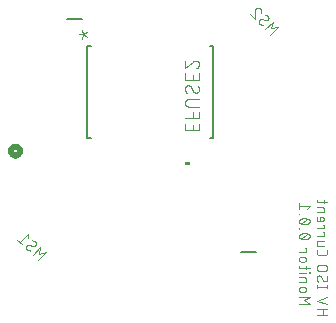
<source format=gbr>
G04 EAGLE Gerber RS-274X export*
G75*
%MOMM*%
%FSLAX34Y34*%
%LPD*%
%INSilkscreen Bottom*%
%IPPOS*%
%AMOC8*
5,1,8,0,0,1.08239X$1,22.5*%
G01*
%ADD10C,0.076200*%
%ADD11C,0.152400*%
%ADD12C,0.508000*%
%ADD13C,0.203200*%

G36*
X198657Y140082D02*
X198657Y140082D01*
X198659Y140081D01*
X198702Y140101D01*
X198746Y140119D01*
X198746Y140121D01*
X198748Y140122D01*
X198781Y140207D01*
X198781Y142747D01*
X198780Y142749D01*
X198781Y142751D01*
X198761Y142794D01*
X198743Y142838D01*
X198741Y142838D01*
X198740Y142840D01*
X198655Y142873D01*
X194845Y142873D01*
X194843Y142872D01*
X194841Y142873D01*
X194798Y142853D01*
X194754Y142835D01*
X194754Y142833D01*
X194752Y142832D01*
X194719Y142747D01*
X194719Y140207D01*
X194720Y140205D01*
X194719Y140203D01*
X194739Y140160D01*
X194757Y140116D01*
X194759Y140116D01*
X194760Y140114D01*
X194845Y140081D01*
X198655Y140081D01*
X198657Y140082D01*
G37*
D10*
X305881Y13191D02*
X315119Y13191D01*
X311013Y13191D02*
X311013Y18323D01*
X315119Y18323D02*
X305881Y18323D01*
X305881Y25057D02*
X315119Y21977D01*
X315119Y28136D02*
X305881Y25057D01*
X305881Y37057D02*
X315119Y37057D01*
X305881Y36030D02*
X305881Y38083D01*
X315119Y38083D02*
X315119Y36030D01*
X305881Y44470D02*
X305883Y44560D01*
X305889Y44649D01*
X305899Y44738D01*
X305912Y44826D01*
X305930Y44914D01*
X305951Y45001D01*
X305976Y45087D01*
X306005Y45172D01*
X306037Y45256D01*
X306073Y45338D01*
X306113Y45418D01*
X306156Y45497D01*
X306203Y45573D01*
X306252Y45648D01*
X306305Y45720D01*
X306361Y45790D01*
X306420Y45857D01*
X306482Y45922D01*
X306547Y45984D01*
X306614Y46043D01*
X306684Y46099D01*
X306756Y46152D01*
X306831Y46201D01*
X306908Y46248D01*
X306986Y46291D01*
X307066Y46331D01*
X307148Y46367D01*
X307232Y46399D01*
X307317Y46428D01*
X307403Y46453D01*
X307490Y46474D01*
X307578Y46492D01*
X307666Y46505D01*
X307755Y46515D01*
X307844Y46521D01*
X307934Y46523D01*
X305881Y44470D02*
X305883Y44343D01*
X305888Y44216D01*
X305898Y44090D01*
X305911Y43964D01*
X305927Y43838D01*
X305948Y43713D01*
X305972Y43588D01*
X305999Y43465D01*
X306030Y43342D01*
X306065Y43220D01*
X306103Y43099D01*
X306145Y42979D01*
X306191Y42861D01*
X306239Y42744D01*
X306292Y42628D01*
X306347Y42514D01*
X306406Y42402D01*
X306468Y42291D01*
X306533Y42182D01*
X306602Y42076D01*
X306673Y41971D01*
X306748Y41868D01*
X306826Y41768D01*
X306906Y41670D01*
X306989Y41574D01*
X307075Y41481D01*
X307164Y41390D01*
X313066Y41647D02*
X313156Y41649D01*
X313245Y41655D01*
X313334Y41665D01*
X313423Y41678D01*
X313510Y41696D01*
X313597Y41717D01*
X313683Y41742D01*
X313768Y41771D01*
X313852Y41803D01*
X313934Y41839D01*
X314014Y41879D01*
X314093Y41922D01*
X314169Y41969D01*
X314244Y42018D01*
X314316Y42071D01*
X314386Y42127D01*
X314453Y42186D01*
X314518Y42248D01*
X314580Y42313D01*
X314639Y42380D01*
X314695Y42450D01*
X314748Y42522D01*
X314797Y42597D01*
X314844Y42674D01*
X314887Y42752D01*
X314927Y42832D01*
X314963Y42914D01*
X314995Y42998D01*
X315024Y43083D01*
X315049Y43169D01*
X315070Y43256D01*
X315088Y43344D01*
X315101Y43432D01*
X315111Y43521D01*
X315117Y43610D01*
X315119Y43700D01*
X315117Y43824D01*
X315111Y43948D01*
X315101Y44071D01*
X315087Y44194D01*
X315069Y44317D01*
X315047Y44438D01*
X315022Y44560D01*
X314992Y44680D01*
X314959Y44799D01*
X314921Y44917D01*
X314880Y45034D01*
X314836Y45149D01*
X314787Y45263D01*
X314735Y45376D01*
X314679Y45486D01*
X314620Y45595D01*
X314557Y45702D01*
X314491Y45807D01*
X314422Y45909D01*
X314349Y46009D01*
X311270Y42673D02*
X311317Y42597D01*
X311368Y42522D01*
X311422Y42450D01*
X311479Y42380D01*
X311539Y42313D01*
X311602Y42248D01*
X311667Y42186D01*
X311735Y42127D01*
X311806Y42071D01*
X311879Y42018D01*
X311954Y41968D01*
X312032Y41922D01*
X312111Y41879D01*
X312192Y41839D01*
X312275Y41803D01*
X312359Y41771D01*
X312444Y41742D01*
X312531Y41717D01*
X312619Y41696D01*
X312707Y41678D01*
X312796Y41665D01*
X312886Y41655D01*
X312976Y41649D01*
X313066Y41647D01*
X309730Y45496D02*
X309683Y45573D01*
X309632Y45648D01*
X309578Y45720D01*
X309521Y45790D01*
X309461Y45857D01*
X309398Y45922D01*
X309333Y45984D01*
X309265Y46043D01*
X309194Y46099D01*
X309121Y46152D01*
X309046Y46202D01*
X308968Y46248D01*
X308889Y46291D01*
X308808Y46331D01*
X308725Y46367D01*
X308641Y46399D01*
X308556Y46428D01*
X308469Y46453D01*
X308382Y46474D01*
X308293Y46492D01*
X308204Y46505D01*
X308114Y46515D01*
X308024Y46521D01*
X307934Y46523D01*
X309730Y45496D02*
X311270Y42674D01*
X312553Y50091D02*
X308447Y50091D01*
X312553Y50091D02*
X312652Y50093D01*
X312752Y50099D01*
X312851Y50108D01*
X312949Y50122D01*
X313047Y50139D01*
X313145Y50160D01*
X313241Y50185D01*
X313336Y50214D01*
X313431Y50246D01*
X313523Y50282D01*
X313615Y50321D01*
X313705Y50364D01*
X313793Y50410D01*
X313879Y50460D01*
X313963Y50513D01*
X314045Y50569D01*
X314125Y50629D01*
X314202Y50691D01*
X314277Y50757D01*
X314350Y50825D01*
X314419Y50896D01*
X314486Y50970D01*
X314550Y51046D01*
X314611Y51125D01*
X314669Y51206D01*
X314724Y51289D01*
X314775Y51374D01*
X314823Y51461D01*
X314868Y51550D01*
X314909Y51641D01*
X314947Y51733D01*
X314981Y51826D01*
X315011Y51921D01*
X315038Y52017D01*
X315061Y52114D01*
X315080Y52211D01*
X315095Y52310D01*
X315107Y52409D01*
X315115Y52508D01*
X315119Y52607D01*
X315119Y52707D01*
X315115Y52806D01*
X315107Y52905D01*
X315095Y53004D01*
X315080Y53103D01*
X315061Y53200D01*
X315038Y53297D01*
X315011Y53393D01*
X314981Y53488D01*
X314947Y53581D01*
X314909Y53673D01*
X314868Y53764D01*
X314823Y53853D01*
X314775Y53940D01*
X314724Y54025D01*
X314669Y54108D01*
X314611Y54189D01*
X314550Y54268D01*
X314486Y54344D01*
X314419Y54418D01*
X314350Y54489D01*
X314277Y54557D01*
X314202Y54623D01*
X314125Y54685D01*
X314045Y54745D01*
X313963Y54801D01*
X313879Y54854D01*
X313793Y54904D01*
X313705Y54950D01*
X313615Y54993D01*
X313523Y55032D01*
X313431Y55068D01*
X313336Y55100D01*
X313241Y55129D01*
X313145Y55154D01*
X313047Y55175D01*
X312949Y55192D01*
X312851Y55206D01*
X312752Y55215D01*
X312652Y55221D01*
X312553Y55223D01*
X308447Y55223D01*
X308348Y55221D01*
X308248Y55215D01*
X308149Y55206D01*
X308051Y55192D01*
X307953Y55175D01*
X307855Y55154D01*
X307759Y55129D01*
X307664Y55100D01*
X307569Y55068D01*
X307477Y55032D01*
X307385Y54993D01*
X307295Y54950D01*
X307207Y54904D01*
X307121Y54854D01*
X307037Y54801D01*
X306955Y54745D01*
X306875Y54685D01*
X306798Y54623D01*
X306723Y54557D01*
X306650Y54489D01*
X306581Y54418D01*
X306514Y54344D01*
X306450Y54268D01*
X306389Y54189D01*
X306331Y54108D01*
X306276Y54025D01*
X306225Y53940D01*
X306177Y53853D01*
X306132Y53764D01*
X306091Y53673D01*
X306053Y53581D01*
X306019Y53488D01*
X305989Y53393D01*
X305962Y53297D01*
X305939Y53200D01*
X305920Y53103D01*
X305905Y53004D01*
X305893Y52905D01*
X305885Y52806D01*
X305881Y52707D01*
X305881Y52607D01*
X305885Y52508D01*
X305893Y52409D01*
X305905Y52310D01*
X305920Y52211D01*
X305939Y52114D01*
X305962Y52017D01*
X305989Y51921D01*
X306019Y51826D01*
X306053Y51733D01*
X306091Y51641D01*
X306132Y51550D01*
X306177Y51461D01*
X306225Y51374D01*
X306276Y51289D01*
X306331Y51206D01*
X306389Y51125D01*
X306450Y51046D01*
X306514Y50970D01*
X306581Y50896D01*
X306650Y50825D01*
X306723Y50757D01*
X306798Y50691D01*
X306875Y50629D01*
X306955Y50569D01*
X307037Y50513D01*
X307121Y50460D01*
X307207Y50410D01*
X307295Y50364D01*
X307385Y50321D01*
X307477Y50282D01*
X307569Y50246D01*
X307664Y50214D01*
X307759Y50185D01*
X307855Y50160D01*
X307953Y50139D01*
X308051Y50122D01*
X308149Y50108D01*
X308248Y50099D01*
X308348Y50093D01*
X308447Y50091D01*
X305881Y65918D02*
X305881Y67971D01*
X305881Y65918D02*
X305883Y65828D01*
X305889Y65739D01*
X305899Y65650D01*
X305912Y65562D01*
X305930Y65474D01*
X305951Y65387D01*
X305976Y65301D01*
X306005Y65216D01*
X306037Y65132D01*
X306073Y65050D01*
X306113Y64970D01*
X306156Y64892D01*
X306203Y64815D01*
X306252Y64740D01*
X306305Y64668D01*
X306361Y64598D01*
X306420Y64531D01*
X306482Y64466D01*
X306547Y64404D01*
X306614Y64345D01*
X306684Y64289D01*
X306756Y64236D01*
X306831Y64187D01*
X306908Y64140D01*
X306986Y64097D01*
X307066Y64057D01*
X307148Y64021D01*
X307232Y63989D01*
X307317Y63960D01*
X307403Y63935D01*
X307490Y63914D01*
X307578Y63896D01*
X307666Y63883D01*
X307755Y63873D01*
X307844Y63867D01*
X307934Y63865D01*
X313066Y63865D01*
X313156Y63867D01*
X313245Y63873D01*
X313334Y63883D01*
X313422Y63896D01*
X313510Y63914D01*
X313597Y63935D01*
X313683Y63960D01*
X313768Y63989D01*
X313852Y64021D01*
X313934Y64057D01*
X314014Y64097D01*
X314092Y64140D01*
X314169Y64187D01*
X314244Y64236D01*
X314316Y64289D01*
X314386Y64345D01*
X314453Y64404D01*
X314518Y64466D01*
X314580Y64531D01*
X314639Y64598D01*
X314695Y64668D01*
X314748Y64740D01*
X314797Y64815D01*
X314844Y64891D01*
X314887Y64970D01*
X314927Y65050D01*
X314963Y65132D01*
X314995Y65216D01*
X315024Y65301D01*
X315049Y65387D01*
X315070Y65474D01*
X315088Y65561D01*
X315101Y65650D01*
X315111Y65739D01*
X315117Y65828D01*
X315119Y65918D01*
X315119Y67971D01*
X312040Y71604D02*
X307421Y71604D01*
X307421Y71603D02*
X307345Y71605D01*
X307270Y71610D01*
X307195Y71620D01*
X307121Y71633D01*
X307047Y71649D01*
X306974Y71669D01*
X306902Y71693D01*
X306832Y71720D01*
X306763Y71751D01*
X306695Y71785D01*
X306629Y71822D01*
X306565Y71863D01*
X306504Y71906D01*
X306444Y71953D01*
X306387Y72002D01*
X306332Y72054D01*
X306280Y72109D01*
X306231Y72166D01*
X306184Y72226D01*
X306141Y72287D01*
X306100Y72351D01*
X306063Y72417D01*
X306029Y72485D01*
X305998Y72554D01*
X305971Y72624D01*
X305947Y72696D01*
X305927Y72769D01*
X305911Y72843D01*
X305898Y72917D01*
X305888Y72992D01*
X305883Y73067D01*
X305881Y73143D01*
X305881Y75709D01*
X312040Y75709D01*
X312040Y80055D02*
X305881Y80055D01*
X312040Y80055D02*
X312040Y83134D01*
X311013Y83134D01*
X312040Y86355D02*
X305881Y86355D01*
X312040Y86355D02*
X312040Y89434D01*
X311013Y89434D01*
X305881Y93843D02*
X305881Y96409D01*
X305881Y93843D02*
X305883Y93767D01*
X305888Y93692D01*
X305898Y93617D01*
X305911Y93543D01*
X305927Y93469D01*
X305947Y93396D01*
X305971Y93324D01*
X305998Y93254D01*
X306029Y93185D01*
X306063Y93117D01*
X306100Y93051D01*
X306141Y92987D01*
X306184Y92926D01*
X306231Y92866D01*
X306280Y92809D01*
X306332Y92754D01*
X306387Y92702D01*
X306444Y92653D01*
X306504Y92606D01*
X306565Y92563D01*
X306629Y92522D01*
X306695Y92485D01*
X306763Y92451D01*
X306832Y92420D01*
X306902Y92393D01*
X306974Y92369D01*
X307047Y92349D01*
X307121Y92333D01*
X307195Y92320D01*
X307270Y92310D01*
X307345Y92305D01*
X307421Y92303D01*
X307421Y92304D02*
X309987Y92304D01*
X310077Y92306D01*
X310166Y92312D01*
X310255Y92322D01*
X310343Y92335D01*
X310431Y92353D01*
X310518Y92374D01*
X310604Y92399D01*
X310689Y92428D01*
X310773Y92460D01*
X310855Y92496D01*
X310935Y92536D01*
X311014Y92579D01*
X311090Y92626D01*
X311165Y92675D01*
X311237Y92728D01*
X311307Y92784D01*
X311374Y92843D01*
X311439Y92905D01*
X311501Y92970D01*
X311560Y93037D01*
X311616Y93107D01*
X311669Y93179D01*
X311718Y93254D01*
X311765Y93331D01*
X311808Y93409D01*
X311848Y93489D01*
X311884Y93571D01*
X311916Y93655D01*
X311945Y93740D01*
X311970Y93826D01*
X311991Y93913D01*
X312009Y94001D01*
X312022Y94089D01*
X312032Y94178D01*
X312038Y94267D01*
X312040Y94357D01*
X312038Y94447D01*
X312032Y94536D01*
X312022Y94625D01*
X312009Y94713D01*
X311991Y94801D01*
X311970Y94888D01*
X311945Y94974D01*
X311916Y95059D01*
X311884Y95143D01*
X311848Y95225D01*
X311808Y95305D01*
X311765Y95384D01*
X311718Y95460D01*
X311669Y95535D01*
X311616Y95607D01*
X311560Y95677D01*
X311501Y95744D01*
X311439Y95809D01*
X311374Y95871D01*
X311307Y95930D01*
X311237Y95986D01*
X311165Y96039D01*
X311090Y96088D01*
X311014Y96135D01*
X310935Y96178D01*
X310855Y96218D01*
X310773Y96254D01*
X310689Y96286D01*
X310604Y96315D01*
X310518Y96340D01*
X310431Y96361D01*
X310343Y96379D01*
X310255Y96392D01*
X310166Y96402D01*
X310077Y96408D01*
X309987Y96410D01*
X309987Y96409D02*
X308960Y96409D01*
X308960Y92304D01*
X305881Y100404D02*
X312040Y100404D01*
X312040Y102970D01*
X312038Y103046D01*
X312033Y103121D01*
X312023Y103196D01*
X312010Y103270D01*
X311994Y103344D01*
X311974Y103417D01*
X311950Y103489D01*
X311923Y103559D01*
X311892Y103628D01*
X311858Y103696D01*
X311821Y103762D01*
X311780Y103826D01*
X311737Y103887D01*
X311690Y103947D01*
X311641Y104004D01*
X311589Y104059D01*
X311534Y104111D01*
X311477Y104160D01*
X311417Y104207D01*
X311356Y104250D01*
X311292Y104291D01*
X311226Y104328D01*
X311158Y104362D01*
X311089Y104393D01*
X311019Y104420D01*
X310947Y104444D01*
X310874Y104464D01*
X310800Y104480D01*
X310726Y104493D01*
X310651Y104503D01*
X310576Y104508D01*
X310500Y104510D01*
X310500Y104509D02*
X305881Y104509D01*
X312040Y107746D02*
X312040Y110825D01*
X315119Y108772D02*
X307421Y108772D01*
X307345Y108774D01*
X307270Y108779D01*
X307195Y108789D01*
X307121Y108802D01*
X307047Y108818D01*
X306974Y108838D01*
X306902Y108862D01*
X306832Y108889D01*
X306763Y108920D01*
X306695Y108954D01*
X306629Y108991D01*
X306565Y109032D01*
X306504Y109075D01*
X306444Y109122D01*
X306387Y109171D01*
X306332Y109223D01*
X306280Y109278D01*
X306231Y109335D01*
X306184Y109395D01*
X306141Y109456D01*
X306100Y109520D01*
X306063Y109586D01*
X306029Y109654D01*
X305998Y109723D01*
X305971Y109793D01*
X305947Y109865D01*
X305927Y109938D01*
X305911Y110012D01*
X305898Y110086D01*
X305888Y110161D01*
X305883Y110236D01*
X305881Y110312D01*
X305881Y110825D01*
X300119Y22427D02*
X290881Y22427D01*
X294987Y25507D02*
X300119Y22427D01*
X294987Y25507D02*
X300119Y28586D01*
X290881Y28586D01*
X292934Y32754D02*
X294987Y32754D01*
X295077Y32756D01*
X295166Y32762D01*
X295255Y32772D01*
X295343Y32785D01*
X295431Y32803D01*
X295518Y32824D01*
X295604Y32849D01*
X295689Y32878D01*
X295773Y32910D01*
X295855Y32946D01*
X295935Y32986D01*
X296014Y33029D01*
X296090Y33076D01*
X296165Y33125D01*
X296237Y33178D01*
X296307Y33234D01*
X296374Y33293D01*
X296439Y33355D01*
X296501Y33420D01*
X296560Y33487D01*
X296616Y33557D01*
X296669Y33629D01*
X296718Y33704D01*
X296765Y33781D01*
X296808Y33859D01*
X296848Y33939D01*
X296884Y34021D01*
X296916Y34105D01*
X296945Y34190D01*
X296970Y34276D01*
X296991Y34363D01*
X297009Y34451D01*
X297022Y34539D01*
X297032Y34628D01*
X297038Y34717D01*
X297040Y34807D01*
X297038Y34897D01*
X297032Y34986D01*
X297022Y35075D01*
X297009Y35163D01*
X296991Y35251D01*
X296970Y35338D01*
X296945Y35424D01*
X296916Y35509D01*
X296884Y35593D01*
X296848Y35675D01*
X296808Y35755D01*
X296765Y35833D01*
X296718Y35910D01*
X296669Y35985D01*
X296616Y36057D01*
X296560Y36127D01*
X296501Y36194D01*
X296439Y36259D01*
X296374Y36321D01*
X296307Y36380D01*
X296237Y36436D01*
X296165Y36489D01*
X296090Y36538D01*
X296014Y36585D01*
X295935Y36628D01*
X295855Y36668D01*
X295773Y36704D01*
X295689Y36736D01*
X295604Y36765D01*
X295518Y36790D01*
X295431Y36811D01*
X295343Y36829D01*
X295255Y36842D01*
X295166Y36852D01*
X295077Y36858D01*
X294987Y36860D01*
X292934Y36860D01*
X292844Y36858D01*
X292755Y36852D01*
X292666Y36842D01*
X292578Y36829D01*
X292490Y36811D01*
X292403Y36790D01*
X292317Y36765D01*
X292232Y36736D01*
X292148Y36704D01*
X292066Y36668D01*
X291986Y36628D01*
X291908Y36585D01*
X291831Y36538D01*
X291756Y36489D01*
X291684Y36436D01*
X291614Y36380D01*
X291547Y36321D01*
X291482Y36259D01*
X291420Y36194D01*
X291361Y36127D01*
X291305Y36057D01*
X291252Y35985D01*
X291203Y35910D01*
X291156Y35834D01*
X291113Y35755D01*
X291073Y35675D01*
X291037Y35593D01*
X291005Y35509D01*
X290976Y35424D01*
X290951Y35338D01*
X290930Y35251D01*
X290912Y35163D01*
X290899Y35075D01*
X290889Y34986D01*
X290883Y34897D01*
X290881Y34807D01*
X290883Y34717D01*
X290889Y34628D01*
X290899Y34539D01*
X290912Y34451D01*
X290930Y34363D01*
X290951Y34276D01*
X290976Y34190D01*
X291005Y34105D01*
X291037Y34021D01*
X291073Y33939D01*
X291113Y33859D01*
X291156Y33781D01*
X291203Y33704D01*
X291252Y33629D01*
X291305Y33557D01*
X291361Y33487D01*
X291420Y33420D01*
X291482Y33355D01*
X291547Y33293D01*
X291614Y33234D01*
X291684Y33178D01*
X291756Y33125D01*
X291831Y33076D01*
X291908Y33029D01*
X291986Y32986D01*
X292066Y32946D01*
X292148Y32910D01*
X292232Y32878D01*
X292317Y32849D01*
X292403Y32824D01*
X292490Y32803D01*
X292578Y32785D01*
X292666Y32772D01*
X292755Y32762D01*
X292844Y32756D01*
X292934Y32754D01*
X290881Y40854D02*
X297040Y40854D01*
X297040Y43420D01*
X297038Y43496D01*
X297033Y43571D01*
X297023Y43646D01*
X297010Y43720D01*
X296994Y43794D01*
X296974Y43867D01*
X296950Y43939D01*
X296923Y44009D01*
X296892Y44078D01*
X296858Y44146D01*
X296821Y44212D01*
X296780Y44276D01*
X296737Y44337D01*
X296690Y44397D01*
X296641Y44454D01*
X296589Y44509D01*
X296534Y44561D01*
X296477Y44610D01*
X296417Y44657D01*
X296356Y44700D01*
X296292Y44741D01*
X296226Y44778D01*
X296158Y44812D01*
X296089Y44843D01*
X296019Y44870D01*
X295947Y44894D01*
X295874Y44914D01*
X295800Y44930D01*
X295726Y44943D01*
X295651Y44953D01*
X295576Y44958D01*
X295500Y44960D01*
X290881Y44960D01*
X290881Y48907D02*
X297040Y48907D01*
X299606Y48650D02*
X300119Y48650D01*
X300119Y49163D01*
X299606Y49163D01*
X299606Y48650D01*
X297040Y51796D02*
X297040Y54875D01*
X300119Y52822D02*
X292421Y52822D01*
X292345Y52824D01*
X292270Y52829D01*
X292195Y52839D01*
X292121Y52852D01*
X292047Y52868D01*
X291974Y52888D01*
X291902Y52912D01*
X291832Y52939D01*
X291763Y52970D01*
X291695Y53004D01*
X291629Y53041D01*
X291565Y53082D01*
X291504Y53125D01*
X291444Y53172D01*
X291387Y53221D01*
X291332Y53273D01*
X291280Y53328D01*
X291231Y53385D01*
X291184Y53445D01*
X291141Y53506D01*
X291100Y53570D01*
X291063Y53636D01*
X291029Y53704D01*
X290998Y53773D01*
X290971Y53843D01*
X290947Y53915D01*
X290927Y53988D01*
X290911Y54062D01*
X290898Y54136D01*
X290888Y54211D01*
X290883Y54286D01*
X290881Y54362D01*
X290881Y54875D01*
X292934Y58254D02*
X294987Y58254D01*
X295077Y58256D01*
X295166Y58262D01*
X295255Y58272D01*
X295343Y58285D01*
X295431Y58303D01*
X295518Y58324D01*
X295604Y58349D01*
X295689Y58378D01*
X295773Y58410D01*
X295855Y58446D01*
X295935Y58486D01*
X296014Y58529D01*
X296090Y58576D01*
X296165Y58625D01*
X296237Y58678D01*
X296307Y58734D01*
X296374Y58793D01*
X296439Y58855D01*
X296501Y58920D01*
X296560Y58987D01*
X296616Y59057D01*
X296669Y59129D01*
X296718Y59204D01*
X296765Y59281D01*
X296808Y59359D01*
X296848Y59439D01*
X296884Y59521D01*
X296916Y59605D01*
X296945Y59690D01*
X296970Y59776D01*
X296991Y59863D01*
X297009Y59951D01*
X297022Y60039D01*
X297032Y60128D01*
X297038Y60217D01*
X297040Y60307D01*
X297038Y60397D01*
X297032Y60486D01*
X297022Y60575D01*
X297009Y60663D01*
X296991Y60751D01*
X296970Y60838D01*
X296945Y60924D01*
X296916Y61009D01*
X296884Y61093D01*
X296848Y61175D01*
X296808Y61255D01*
X296765Y61333D01*
X296718Y61410D01*
X296669Y61485D01*
X296616Y61557D01*
X296560Y61627D01*
X296501Y61694D01*
X296439Y61759D01*
X296374Y61821D01*
X296307Y61880D01*
X296237Y61936D01*
X296165Y61989D01*
X296090Y62038D01*
X296014Y62085D01*
X295935Y62128D01*
X295855Y62168D01*
X295773Y62204D01*
X295689Y62236D01*
X295604Y62265D01*
X295518Y62290D01*
X295431Y62311D01*
X295343Y62329D01*
X295255Y62342D01*
X295166Y62352D01*
X295077Y62358D01*
X294987Y62360D01*
X292934Y62360D01*
X292844Y62358D01*
X292755Y62352D01*
X292666Y62342D01*
X292578Y62329D01*
X292490Y62311D01*
X292403Y62290D01*
X292317Y62265D01*
X292232Y62236D01*
X292148Y62204D01*
X292066Y62168D01*
X291986Y62128D01*
X291908Y62085D01*
X291831Y62038D01*
X291756Y61989D01*
X291684Y61936D01*
X291614Y61880D01*
X291547Y61821D01*
X291482Y61759D01*
X291420Y61694D01*
X291361Y61627D01*
X291305Y61557D01*
X291252Y61485D01*
X291203Y61410D01*
X291156Y61334D01*
X291113Y61255D01*
X291073Y61175D01*
X291037Y61093D01*
X291005Y61009D01*
X290976Y60924D01*
X290951Y60838D01*
X290930Y60751D01*
X290912Y60663D01*
X290899Y60575D01*
X290889Y60486D01*
X290883Y60397D01*
X290881Y60307D01*
X290883Y60217D01*
X290889Y60128D01*
X290899Y60039D01*
X290912Y59951D01*
X290930Y59863D01*
X290951Y59776D01*
X290976Y59690D01*
X291005Y59605D01*
X291037Y59521D01*
X291073Y59439D01*
X291113Y59359D01*
X291156Y59281D01*
X291203Y59204D01*
X291252Y59129D01*
X291305Y59057D01*
X291361Y58987D01*
X291420Y58920D01*
X291482Y58855D01*
X291547Y58793D01*
X291614Y58734D01*
X291684Y58678D01*
X291756Y58625D01*
X291831Y58576D01*
X291908Y58529D01*
X291986Y58486D01*
X292066Y58446D01*
X292148Y58410D01*
X292232Y58378D01*
X292317Y58349D01*
X292403Y58324D01*
X292490Y58303D01*
X292578Y58285D01*
X292666Y58272D01*
X292755Y58262D01*
X292844Y58256D01*
X292934Y58254D01*
X290881Y66405D02*
X297040Y66405D01*
X297040Y69484D01*
X296013Y69484D01*
X295500Y77240D02*
X295682Y77242D01*
X295863Y77249D01*
X296045Y77260D01*
X296226Y77275D01*
X296407Y77294D01*
X296587Y77318D01*
X296766Y77346D01*
X296945Y77378D01*
X297123Y77415D01*
X297300Y77456D01*
X297476Y77501D01*
X297651Y77550D01*
X297825Y77604D01*
X297997Y77661D01*
X298168Y77723D01*
X298338Y77789D01*
X298506Y77858D01*
X298672Y77932D01*
X298836Y78010D01*
X298836Y78011D02*
X298915Y78040D01*
X298992Y78072D01*
X299069Y78108D01*
X299143Y78147D01*
X299216Y78190D01*
X299286Y78236D01*
X299355Y78284D01*
X299421Y78336D01*
X299485Y78391D01*
X299547Y78448D01*
X299605Y78508D01*
X299662Y78571D01*
X299715Y78636D01*
X299765Y78703D01*
X299813Y78773D01*
X299857Y78844D01*
X299898Y78918D01*
X299936Y78993D01*
X299970Y79070D01*
X300001Y79148D01*
X300028Y79227D01*
X300052Y79308D01*
X300073Y79390D01*
X300089Y79472D01*
X300102Y79555D01*
X300112Y79639D01*
X300117Y79723D01*
X300119Y79807D01*
X300117Y79891D01*
X300112Y79975D01*
X300102Y80059D01*
X300089Y80142D01*
X300073Y80224D01*
X300052Y80306D01*
X300028Y80387D01*
X300001Y80466D01*
X299970Y80544D01*
X299936Y80621D01*
X299898Y80696D01*
X299857Y80770D01*
X299813Y80841D01*
X299765Y80911D01*
X299715Y80978D01*
X299662Y81043D01*
X299605Y81106D01*
X299546Y81166D01*
X299485Y81223D01*
X299421Y81278D01*
X299355Y81330D01*
X299286Y81378D01*
X299216Y81424D01*
X299143Y81467D01*
X299068Y81506D01*
X298992Y81542D01*
X298915Y81574D01*
X298836Y81603D01*
X298672Y81681D01*
X298506Y81755D01*
X298338Y81824D01*
X298168Y81890D01*
X297997Y81952D01*
X297825Y82009D01*
X297651Y82063D01*
X297476Y82112D01*
X297300Y82157D01*
X297123Y82198D01*
X296945Y82235D01*
X296766Y82267D01*
X296587Y82295D01*
X296407Y82319D01*
X296226Y82338D01*
X296045Y82353D01*
X295863Y82364D01*
X295682Y82371D01*
X295500Y82373D01*
X295500Y77241D02*
X295318Y77243D01*
X295137Y77250D01*
X294955Y77261D01*
X294774Y77276D01*
X294593Y77295D01*
X294413Y77319D01*
X294234Y77347D01*
X294055Y77379D01*
X293877Y77416D01*
X293700Y77457D01*
X293524Y77502D01*
X293349Y77551D01*
X293175Y77605D01*
X293003Y77662D01*
X292832Y77724D01*
X292662Y77790D01*
X292495Y77859D01*
X292328Y77933D01*
X292164Y78011D01*
X292085Y78040D01*
X292008Y78072D01*
X291931Y78108D01*
X291857Y78147D01*
X291784Y78190D01*
X291714Y78236D01*
X291645Y78284D01*
X291579Y78336D01*
X291515Y78391D01*
X291453Y78448D01*
X291395Y78508D01*
X291338Y78571D01*
X291285Y78636D01*
X291235Y78703D01*
X291187Y78773D01*
X291143Y78844D01*
X291102Y78918D01*
X291064Y78993D01*
X291030Y79070D01*
X290999Y79148D01*
X290972Y79227D01*
X290948Y79308D01*
X290927Y79390D01*
X290911Y79472D01*
X290898Y79555D01*
X290888Y79639D01*
X290883Y79723D01*
X290881Y79807D01*
X292164Y81603D02*
X292328Y81681D01*
X292494Y81755D01*
X292662Y81824D01*
X292832Y81890D01*
X293003Y81952D01*
X293175Y82009D01*
X293349Y82063D01*
X293524Y82112D01*
X293700Y82157D01*
X293877Y82198D01*
X294055Y82235D01*
X294234Y82267D01*
X294413Y82295D01*
X294593Y82319D01*
X294774Y82338D01*
X294955Y82353D01*
X295137Y82364D01*
X295318Y82371D01*
X295500Y82373D01*
X292164Y81603D02*
X292085Y81574D01*
X292008Y81542D01*
X291931Y81506D01*
X291857Y81467D01*
X291784Y81424D01*
X291714Y81378D01*
X291645Y81330D01*
X291579Y81278D01*
X291515Y81223D01*
X291453Y81166D01*
X291395Y81106D01*
X291338Y81043D01*
X291285Y80978D01*
X291235Y80911D01*
X291187Y80841D01*
X291143Y80770D01*
X291102Y80696D01*
X291064Y80621D01*
X291030Y80544D01*
X290999Y80466D01*
X290972Y80387D01*
X290948Y80306D01*
X290927Y80224D01*
X290911Y80142D01*
X290898Y80059D01*
X290888Y79975D01*
X290883Y79891D01*
X290881Y79807D01*
X292934Y77754D02*
X298066Y81860D01*
X291394Y85850D02*
X290881Y85850D01*
X291394Y85850D02*
X291394Y86363D01*
X290881Y86363D01*
X290881Y85850D01*
X295500Y89840D02*
X295682Y89842D01*
X295863Y89849D01*
X296045Y89860D01*
X296226Y89875D01*
X296407Y89894D01*
X296587Y89918D01*
X296766Y89946D01*
X296945Y89978D01*
X297123Y90015D01*
X297300Y90056D01*
X297476Y90101D01*
X297651Y90150D01*
X297825Y90204D01*
X297997Y90261D01*
X298168Y90323D01*
X298338Y90389D01*
X298506Y90458D01*
X298672Y90532D01*
X298836Y90610D01*
X298836Y90611D02*
X298915Y90640D01*
X298992Y90672D01*
X299069Y90708D01*
X299143Y90747D01*
X299216Y90790D01*
X299286Y90836D01*
X299355Y90884D01*
X299421Y90936D01*
X299485Y90991D01*
X299547Y91048D01*
X299605Y91108D01*
X299662Y91171D01*
X299715Y91236D01*
X299765Y91303D01*
X299813Y91373D01*
X299857Y91444D01*
X299898Y91518D01*
X299936Y91593D01*
X299970Y91670D01*
X300001Y91748D01*
X300028Y91827D01*
X300052Y91908D01*
X300073Y91990D01*
X300089Y92072D01*
X300102Y92155D01*
X300112Y92239D01*
X300117Y92323D01*
X300119Y92407D01*
X300117Y92491D01*
X300112Y92575D01*
X300102Y92659D01*
X300089Y92742D01*
X300073Y92824D01*
X300052Y92906D01*
X300028Y92987D01*
X300001Y93066D01*
X299970Y93144D01*
X299936Y93221D01*
X299898Y93296D01*
X299857Y93370D01*
X299813Y93441D01*
X299765Y93511D01*
X299715Y93578D01*
X299662Y93643D01*
X299605Y93706D01*
X299546Y93766D01*
X299485Y93823D01*
X299421Y93878D01*
X299355Y93930D01*
X299286Y93978D01*
X299216Y94024D01*
X299143Y94067D01*
X299068Y94106D01*
X298992Y94142D01*
X298915Y94174D01*
X298836Y94203D01*
X298672Y94281D01*
X298506Y94355D01*
X298338Y94424D01*
X298168Y94490D01*
X297997Y94552D01*
X297825Y94609D01*
X297651Y94663D01*
X297476Y94712D01*
X297300Y94757D01*
X297123Y94798D01*
X296945Y94835D01*
X296766Y94867D01*
X296587Y94895D01*
X296407Y94919D01*
X296226Y94938D01*
X296045Y94953D01*
X295863Y94964D01*
X295682Y94971D01*
X295500Y94973D01*
X295500Y89841D02*
X295318Y89843D01*
X295137Y89850D01*
X294955Y89861D01*
X294774Y89876D01*
X294593Y89895D01*
X294413Y89919D01*
X294234Y89947D01*
X294055Y89979D01*
X293877Y90016D01*
X293700Y90057D01*
X293524Y90102D01*
X293349Y90151D01*
X293175Y90205D01*
X293003Y90262D01*
X292832Y90324D01*
X292662Y90390D01*
X292495Y90459D01*
X292328Y90533D01*
X292164Y90611D01*
X292085Y90640D01*
X292008Y90672D01*
X291931Y90708D01*
X291857Y90747D01*
X291784Y90790D01*
X291714Y90836D01*
X291645Y90884D01*
X291579Y90936D01*
X291515Y90991D01*
X291453Y91048D01*
X291395Y91108D01*
X291338Y91171D01*
X291285Y91236D01*
X291235Y91303D01*
X291187Y91373D01*
X291143Y91444D01*
X291102Y91518D01*
X291064Y91593D01*
X291030Y91670D01*
X290999Y91748D01*
X290972Y91827D01*
X290948Y91908D01*
X290927Y91990D01*
X290911Y92072D01*
X290898Y92155D01*
X290888Y92239D01*
X290883Y92323D01*
X290881Y92407D01*
X292164Y94203D02*
X292328Y94281D01*
X292494Y94355D01*
X292662Y94424D01*
X292832Y94490D01*
X293003Y94552D01*
X293175Y94609D01*
X293349Y94663D01*
X293524Y94712D01*
X293700Y94757D01*
X293877Y94798D01*
X294055Y94835D01*
X294234Y94867D01*
X294413Y94895D01*
X294593Y94919D01*
X294774Y94938D01*
X294955Y94953D01*
X295137Y94964D01*
X295318Y94971D01*
X295500Y94973D01*
X292164Y94203D02*
X292085Y94174D01*
X292008Y94142D01*
X291931Y94106D01*
X291857Y94067D01*
X291784Y94024D01*
X291714Y93978D01*
X291645Y93930D01*
X291579Y93878D01*
X291515Y93823D01*
X291453Y93766D01*
X291395Y93706D01*
X291338Y93643D01*
X291285Y93578D01*
X291235Y93511D01*
X291187Y93441D01*
X291143Y93370D01*
X291102Y93296D01*
X291064Y93221D01*
X291030Y93144D01*
X290999Y93066D01*
X290972Y92987D01*
X290948Y92906D01*
X290927Y92824D01*
X290911Y92742D01*
X290898Y92659D01*
X290888Y92575D01*
X290883Y92491D01*
X290881Y92407D01*
X292934Y90354D02*
X298066Y94459D01*
X291394Y98450D02*
X290881Y98450D01*
X291394Y98450D02*
X291394Y98963D01*
X290881Y98963D01*
X290881Y98450D01*
X298066Y102440D02*
X300119Y105006D01*
X290881Y105006D01*
X290881Y102440D02*
X290881Y107573D01*
X108414Y250549D02*
X104435Y250549D01*
X108414Y250549D02*
X111399Y248228D01*
X108414Y250549D02*
X111399Y252871D01*
X108414Y250549D02*
X107088Y246902D01*
X108414Y250549D02*
X107088Y254197D01*
D11*
X218594Y241116D02*
X218594Y162884D01*
X215292Y162884D01*
X111406Y162884D02*
X111406Y241116D01*
X114708Y241116D01*
X215292Y241116D02*
X218594Y241116D01*
X114708Y162884D02*
X111406Y162884D01*
D10*
X194531Y169615D02*
X194531Y174921D01*
X194531Y169615D02*
X206469Y169615D01*
X206469Y174921D01*
X201163Y173594D02*
X201163Y169615D01*
X206469Y179521D02*
X194531Y179521D01*
X206469Y179521D02*
X206469Y184827D01*
X201163Y184827D02*
X201163Y179521D01*
X197847Y189407D02*
X206469Y189407D01*
X197847Y189407D02*
X197733Y189409D01*
X197618Y189415D01*
X197504Y189425D01*
X197391Y189439D01*
X197277Y189456D01*
X197165Y189478D01*
X197053Y189503D01*
X196943Y189533D01*
X196833Y189566D01*
X196725Y189603D01*
X196618Y189643D01*
X196512Y189688D01*
X196408Y189735D01*
X196306Y189787D01*
X196206Y189842D01*
X196107Y189900D01*
X196011Y189962D01*
X195916Y190027D01*
X195825Y190095D01*
X195735Y190167D01*
X195648Y190241D01*
X195564Y190318D01*
X195482Y190399D01*
X195403Y190482D01*
X195327Y190567D01*
X195254Y190656D01*
X195185Y190746D01*
X195118Y190839D01*
X195055Y190935D01*
X194995Y191032D01*
X194938Y191132D01*
X194885Y191233D01*
X194835Y191336D01*
X194789Y191441D01*
X194746Y191547D01*
X194708Y191655D01*
X194673Y191764D01*
X194642Y191874D01*
X194614Y191985D01*
X194591Y192097D01*
X194571Y192210D01*
X194555Y192323D01*
X194543Y192437D01*
X194535Y192551D01*
X194531Y192666D01*
X194531Y192780D01*
X194535Y192895D01*
X194543Y193009D01*
X194555Y193123D01*
X194571Y193236D01*
X194591Y193349D01*
X194614Y193461D01*
X194642Y193572D01*
X194673Y193682D01*
X194708Y193791D01*
X194746Y193899D01*
X194789Y194005D01*
X194835Y194110D01*
X194885Y194213D01*
X194938Y194314D01*
X194995Y194414D01*
X195055Y194511D01*
X195118Y194607D01*
X195185Y194700D01*
X195254Y194790D01*
X195327Y194879D01*
X195403Y194964D01*
X195482Y195047D01*
X195564Y195128D01*
X195648Y195205D01*
X195735Y195279D01*
X195825Y195351D01*
X195916Y195419D01*
X196011Y195484D01*
X196107Y195546D01*
X196206Y195604D01*
X196306Y195659D01*
X196408Y195711D01*
X196512Y195758D01*
X196618Y195803D01*
X196725Y195843D01*
X196833Y195880D01*
X196943Y195913D01*
X197053Y195943D01*
X197165Y195968D01*
X197277Y195990D01*
X197391Y196007D01*
X197504Y196021D01*
X197618Y196031D01*
X197733Y196037D01*
X197847Y196039D01*
X206469Y196039D01*
X197184Y207469D02*
X197082Y207467D01*
X196981Y207461D01*
X196880Y207451D01*
X196779Y207438D01*
X196679Y207420D01*
X196580Y207399D01*
X196481Y207374D01*
X196384Y207345D01*
X196287Y207313D01*
X196192Y207277D01*
X196099Y207237D01*
X196007Y207194D01*
X195917Y207147D01*
X195828Y207096D01*
X195742Y207043D01*
X195658Y206986D01*
X195576Y206926D01*
X195496Y206863D01*
X195419Y206797D01*
X195344Y206728D01*
X195272Y206656D01*
X195203Y206581D01*
X195137Y206504D01*
X195074Y206424D01*
X195014Y206342D01*
X194957Y206258D01*
X194904Y206172D01*
X194853Y206083D01*
X194806Y205993D01*
X194763Y205901D01*
X194723Y205808D01*
X194687Y205713D01*
X194655Y205616D01*
X194626Y205519D01*
X194601Y205420D01*
X194580Y205321D01*
X194562Y205221D01*
X194549Y205120D01*
X194539Y205019D01*
X194533Y204918D01*
X194531Y204816D01*
X194533Y204669D01*
X194539Y204521D01*
X194548Y204374D01*
X194562Y204227D01*
X194579Y204081D01*
X194601Y203935D01*
X194626Y203789D01*
X194655Y203645D01*
X194687Y203501D01*
X194724Y203358D01*
X194764Y203216D01*
X194808Y203075D01*
X194856Y202936D01*
X194907Y202798D01*
X194962Y202661D01*
X195021Y202525D01*
X195083Y202391D01*
X195148Y202259D01*
X195217Y202129D01*
X195290Y202000D01*
X195365Y201874D01*
X195444Y201749D01*
X195527Y201627D01*
X195612Y201507D01*
X195701Y201389D01*
X195793Y201274D01*
X195887Y201160D01*
X195985Y201050D01*
X196086Y200942D01*
X196189Y200837D01*
X203816Y201169D02*
X203918Y201171D01*
X204019Y201177D01*
X204120Y201187D01*
X204221Y201200D01*
X204321Y201218D01*
X204420Y201239D01*
X204519Y201264D01*
X204616Y201293D01*
X204713Y201325D01*
X204808Y201361D01*
X204901Y201401D01*
X204993Y201444D01*
X205083Y201491D01*
X205172Y201542D01*
X205258Y201595D01*
X205342Y201652D01*
X205424Y201712D01*
X205504Y201775D01*
X205581Y201841D01*
X205656Y201910D01*
X205728Y201982D01*
X205797Y202057D01*
X205863Y202134D01*
X205926Y202214D01*
X205986Y202296D01*
X206043Y202380D01*
X206096Y202466D01*
X206147Y202555D01*
X206194Y202645D01*
X206237Y202737D01*
X206277Y202830D01*
X206313Y202925D01*
X206345Y203022D01*
X206374Y203119D01*
X206399Y203218D01*
X206420Y203317D01*
X206438Y203417D01*
X206451Y203518D01*
X206461Y203619D01*
X206467Y203720D01*
X206469Y203822D01*
X206467Y203961D01*
X206461Y204100D01*
X206451Y204239D01*
X206438Y204378D01*
X206420Y204516D01*
X206399Y204653D01*
X206374Y204790D01*
X206345Y204926D01*
X206312Y205061D01*
X206276Y205196D01*
X206235Y205329D01*
X206191Y205461D01*
X206144Y205592D01*
X206092Y205721D01*
X206037Y205849D01*
X205979Y205975D01*
X205917Y206100D01*
X205851Y206222D01*
X205783Y206343D01*
X205710Y206462D01*
X205635Y206579D01*
X205556Y206694D01*
X205474Y206806D01*
X201495Y202495D02*
X201547Y202410D01*
X201603Y202327D01*
X201661Y202246D01*
X201723Y202167D01*
X201787Y202091D01*
X201854Y202017D01*
X201924Y201945D01*
X201996Y201877D01*
X202071Y201810D01*
X202148Y201747D01*
X202228Y201687D01*
X202310Y201629D01*
X202394Y201575D01*
X202479Y201524D01*
X202567Y201476D01*
X202656Y201431D01*
X202747Y201390D01*
X202840Y201352D01*
X202934Y201318D01*
X203028Y201287D01*
X203125Y201259D01*
X203222Y201235D01*
X203319Y201215D01*
X203418Y201199D01*
X203517Y201186D01*
X203616Y201176D01*
X203716Y201171D01*
X203816Y201169D01*
X199505Y206143D02*
X199453Y206228D01*
X199397Y206311D01*
X199339Y206392D01*
X199277Y206471D01*
X199213Y206547D01*
X199146Y206621D01*
X199076Y206693D01*
X199004Y206761D01*
X198929Y206828D01*
X198852Y206891D01*
X198772Y206951D01*
X198690Y207009D01*
X198606Y207063D01*
X198521Y207114D01*
X198433Y207162D01*
X198344Y207207D01*
X198253Y207248D01*
X198160Y207286D01*
X198067Y207320D01*
X197972Y207351D01*
X197875Y207379D01*
X197778Y207403D01*
X197681Y207423D01*
X197582Y207439D01*
X197483Y207452D01*
X197384Y207462D01*
X197284Y207467D01*
X197184Y207469D01*
X199505Y206143D02*
X201495Y202495D01*
X194531Y212287D02*
X194531Y217593D01*
X194531Y212287D02*
X206469Y212287D01*
X206469Y217593D01*
X201163Y216266D02*
X201163Y212287D01*
X206470Y225440D02*
X206468Y225547D01*
X206462Y225653D01*
X206453Y225759D01*
X206440Y225865D01*
X206423Y225970D01*
X206402Y226075D01*
X206377Y226178D01*
X206349Y226281D01*
X206317Y226383D01*
X206282Y226483D01*
X206243Y226582D01*
X206200Y226680D01*
X206154Y226776D01*
X206105Y226871D01*
X206052Y226963D01*
X205996Y227054D01*
X205937Y227142D01*
X205875Y227229D01*
X205809Y227313D01*
X205741Y227395D01*
X205670Y227474D01*
X205596Y227551D01*
X205519Y227625D01*
X205440Y227696D01*
X205358Y227764D01*
X205274Y227830D01*
X205187Y227892D01*
X205099Y227951D01*
X205008Y228007D01*
X204916Y228060D01*
X204821Y228109D01*
X204725Y228155D01*
X204627Y228198D01*
X204528Y228237D01*
X204428Y228272D01*
X204326Y228304D01*
X204223Y228332D01*
X204120Y228357D01*
X204015Y228378D01*
X203910Y228395D01*
X203804Y228408D01*
X203698Y228417D01*
X203592Y228423D01*
X203485Y228425D01*
X206469Y225440D02*
X206467Y225319D01*
X206461Y225199D01*
X206452Y225079D01*
X206439Y224959D01*
X206422Y224840D01*
X206401Y224721D01*
X206377Y224603D01*
X206348Y224486D01*
X206317Y224370D01*
X206281Y224254D01*
X206242Y224140D01*
X206199Y224028D01*
X206153Y223916D01*
X206104Y223806D01*
X206050Y223698D01*
X205994Y223592D01*
X205934Y223487D01*
X205871Y223384D01*
X205805Y223284D01*
X205736Y223185D01*
X205663Y223089D01*
X205588Y222995D01*
X205510Y222903D01*
X205428Y222814D01*
X205344Y222727D01*
X205258Y222644D01*
X205169Y222562D01*
X205077Y222484D01*
X204983Y222409D01*
X204886Y222337D01*
X204788Y222267D01*
X204687Y222201D01*
X204584Y222138D01*
X204479Y222079D01*
X204373Y222022D01*
X204264Y221969D01*
X204155Y221920D01*
X204043Y221874D01*
X203930Y221831D01*
X203816Y221793D01*
X201163Y227430D02*
X201243Y227510D01*
X201325Y227588D01*
X201409Y227662D01*
X201497Y227734D01*
X201587Y227802D01*
X201679Y227868D01*
X201773Y227930D01*
X201869Y227988D01*
X201968Y228043D01*
X202068Y228095D01*
X202170Y228143D01*
X202274Y228188D01*
X202379Y228228D01*
X202486Y228265D01*
X202594Y228299D01*
X202703Y228328D01*
X202813Y228354D01*
X202924Y228375D01*
X203035Y228393D01*
X203147Y228407D01*
X203259Y228417D01*
X203372Y228423D01*
X203485Y228425D01*
X201163Y227429D02*
X194531Y221792D01*
X194531Y228424D01*
D12*
X51000Y155646D02*
X51122Y155644D01*
X51244Y155638D01*
X51366Y155628D01*
X51487Y155615D01*
X51608Y155597D01*
X51728Y155576D01*
X51848Y155550D01*
X51966Y155521D01*
X52084Y155489D01*
X52201Y155452D01*
X52316Y155412D01*
X52430Y155368D01*
X52542Y155320D01*
X52653Y155269D01*
X52762Y155214D01*
X52870Y155156D01*
X52975Y155094D01*
X53078Y155029D01*
X53180Y154961D01*
X53279Y154889D01*
X53375Y154815D01*
X53470Y154737D01*
X53561Y154656D01*
X53651Y154573D01*
X53737Y154487D01*
X53820Y154397D01*
X53901Y154306D01*
X53979Y154211D01*
X54053Y154115D01*
X54125Y154016D01*
X54193Y153914D01*
X54258Y153811D01*
X54320Y153706D01*
X54378Y153598D01*
X54433Y153489D01*
X54484Y153378D01*
X54532Y153266D01*
X54576Y153152D01*
X54616Y153037D01*
X54653Y152920D01*
X54685Y152802D01*
X54714Y152684D01*
X54740Y152564D01*
X54761Y152444D01*
X54779Y152323D01*
X54792Y152202D01*
X54802Y152080D01*
X54808Y151958D01*
X54810Y151836D01*
X54808Y151714D01*
X54802Y151592D01*
X54792Y151470D01*
X54779Y151349D01*
X54761Y151228D01*
X54740Y151108D01*
X54714Y150988D01*
X54685Y150870D01*
X54653Y150752D01*
X54616Y150635D01*
X54576Y150520D01*
X54532Y150406D01*
X54484Y150294D01*
X54433Y150183D01*
X54378Y150074D01*
X54320Y149966D01*
X54258Y149861D01*
X54193Y149758D01*
X54125Y149656D01*
X54053Y149557D01*
X53979Y149461D01*
X53901Y149366D01*
X53820Y149275D01*
X53737Y149185D01*
X53651Y149099D01*
X53561Y149016D01*
X53470Y148935D01*
X53375Y148857D01*
X53279Y148783D01*
X53180Y148711D01*
X53078Y148643D01*
X52975Y148578D01*
X52870Y148516D01*
X52762Y148458D01*
X52653Y148403D01*
X52542Y148352D01*
X52430Y148304D01*
X52316Y148260D01*
X52201Y148220D01*
X52084Y148183D01*
X51966Y148151D01*
X51848Y148122D01*
X51728Y148096D01*
X51608Y148075D01*
X51487Y148057D01*
X51366Y148044D01*
X51244Y148034D01*
X51122Y148028D01*
X51000Y148026D01*
X50878Y148028D01*
X50756Y148034D01*
X50634Y148044D01*
X50513Y148057D01*
X50392Y148075D01*
X50272Y148096D01*
X50152Y148122D01*
X50034Y148151D01*
X49916Y148183D01*
X49799Y148220D01*
X49684Y148260D01*
X49570Y148304D01*
X49458Y148352D01*
X49347Y148403D01*
X49238Y148458D01*
X49130Y148516D01*
X49025Y148578D01*
X48922Y148643D01*
X48820Y148711D01*
X48721Y148783D01*
X48625Y148857D01*
X48530Y148935D01*
X48439Y149016D01*
X48349Y149099D01*
X48263Y149185D01*
X48180Y149275D01*
X48099Y149366D01*
X48021Y149461D01*
X47947Y149557D01*
X47875Y149656D01*
X47807Y149758D01*
X47742Y149861D01*
X47680Y149966D01*
X47622Y150074D01*
X47567Y150183D01*
X47516Y150294D01*
X47468Y150406D01*
X47424Y150520D01*
X47384Y150635D01*
X47347Y150752D01*
X47315Y150870D01*
X47286Y150988D01*
X47260Y151108D01*
X47239Y151228D01*
X47221Y151349D01*
X47208Y151470D01*
X47198Y151592D01*
X47192Y151714D01*
X47190Y151836D01*
X47192Y151958D01*
X47198Y152080D01*
X47208Y152202D01*
X47221Y152323D01*
X47239Y152444D01*
X47260Y152564D01*
X47286Y152684D01*
X47315Y152802D01*
X47347Y152920D01*
X47384Y153037D01*
X47424Y153152D01*
X47468Y153266D01*
X47516Y153378D01*
X47567Y153489D01*
X47622Y153598D01*
X47680Y153706D01*
X47742Y153811D01*
X47807Y153914D01*
X47875Y154016D01*
X47947Y154115D01*
X48021Y154211D01*
X48099Y154306D01*
X48180Y154397D01*
X48263Y154487D01*
X48349Y154573D01*
X48439Y154656D01*
X48530Y154737D01*
X48625Y154815D01*
X48721Y154889D01*
X48820Y154961D01*
X48922Y155029D01*
X49025Y155094D01*
X49130Y155156D01*
X49238Y155214D01*
X49347Y155269D01*
X49458Y155320D01*
X49570Y155368D01*
X49684Y155412D01*
X49799Y155452D01*
X49916Y155489D01*
X50034Y155521D01*
X50152Y155550D01*
X50272Y155576D01*
X50392Y155597D01*
X50513Y155615D01*
X50634Y155628D01*
X50756Y155638D01*
X50878Y155644D01*
X51000Y155646D01*
D13*
X241650Y66510D02*
X254350Y66510D01*
X107350Y263490D02*
X94650Y263490D01*
D10*
X76519Y66111D02*
X69874Y59465D01*
X70612Y64634D02*
X76519Y66111D01*
X70612Y64634D02*
X72089Y70541D01*
X65443Y63896D01*
X60392Y68946D02*
X60329Y69012D01*
X60269Y69080D01*
X60212Y69151D01*
X60158Y69225D01*
X60107Y69301D01*
X60060Y69379D01*
X60016Y69458D01*
X59976Y69540D01*
X59939Y69624D01*
X59906Y69709D01*
X59877Y69795D01*
X59851Y69882D01*
X59830Y69971D01*
X59812Y70060D01*
X59798Y70150D01*
X59788Y70241D01*
X59782Y70332D01*
X59780Y70423D01*
X59782Y70514D01*
X59788Y70605D01*
X59798Y70696D01*
X59812Y70786D01*
X59830Y70875D01*
X59851Y70964D01*
X59877Y71051D01*
X59906Y71137D01*
X59939Y71222D01*
X59976Y71306D01*
X60016Y71388D01*
X60060Y71467D01*
X60107Y71545D01*
X60158Y71621D01*
X60212Y71695D01*
X60269Y71766D01*
X60329Y71834D01*
X60392Y71900D01*
X60393Y68947D02*
X60485Y68857D01*
X60580Y68770D01*
X60678Y68686D01*
X60778Y68604D01*
X60881Y68526D01*
X60985Y68450D01*
X61092Y68378D01*
X61201Y68309D01*
X61312Y68243D01*
X61424Y68180D01*
X61539Y68121D01*
X61655Y68065D01*
X61773Y68012D01*
X61892Y67963D01*
X62013Y67918D01*
X62135Y67875D01*
X62258Y67837D01*
X62382Y67802D01*
X62507Y67771D01*
X62633Y67743D01*
X62760Y67720D01*
X62888Y67699D01*
X63016Y67683D01*
X63144Y67670D01*
X63273Y67661D01*
X63402Y67656D01*
X63531Y67655D01*
X67591Y72085D02*
X67653Y72149D01*
X67711Y72215D01*
X67767Y72284D01*
X67820Y72355D01*
X67869Y72429D01*
X67916Y72504D01*
X67959Y72582D01*
X67999Y72661D01*
X68035Y72742D01*
X68069Y72824D01*
X68098Y72907D01*
X68124Y72992D01*
X68146Y73078D01*
X68165Y73165D01*
X68180Y73252D01*
X68191Y73340D01*
X68199Y73428D01*
X68203Y73517D01*
X68203Y73605D01*
X68199Y73694D01*
X68191Y73782D01*
X68180Y73870D01*
X68165Y73957D01*
X68146Y74044D01*
X68124Y74130D01*
X68098Y74215D01*
X68069Y74298D01*
X68035Y74380D01*
X67999Y74461D01*
X67959Y74540D01*
X67916Y74618D01*
X67869Y74693D01*
X67820Y74767D01*
X67767Y74838D01*
X67711Y74907D01*
X67653Y74973D01*
X67591Y75037D01*
X67592Y75038D02*
X67506Y75122D01*
X67417Y75202D01*
X67326Y75281D01*
X67233Y75356D01*
X67137Y75428D01*
X67039Y75498D01*
X66939Y75564D01*
X66837Y75627D01*
X66733Y75687D01*
X66628Y75744D01*
X66520Y75798D01*
X66411Y75848D01*
X66301Y75895D01*
X66189Y75939D01*
X66076Y75979D01*
X65962Y76016D01*
X65847Y76049D01*
X65730Y76078D01*
X65613Y76104D01*
X65495Y76127D01*
X65377Y76146D01*
X65561Y71530D02*
X65651Y71509D01*
X65741Y71492D01*
X65832Y71479D01*
X65923Y71470D01*
X66014Y71464D01*
X66106Y71463D01*
X66198Y71466D01*
X66289Y71472D01*
X66381Y71483D01*
X66471Y71497D01*
X66561Y71516D01*
X66650Y71538D01*
X66738Y71564D01*
X66825Y71594D01*
X66910Y71627D01*
X66994Y71664D01*
X67076Y71705D01*
X67157Y71750D01*
X67235Y71797D01*
X67311Y71848D01*
X67385Y71903D01*
X67457Y71960D01*
X67526Y72021D01*
X67592Y72084D01*
X62423Y72454D02*
X62333Y72475D01*
X62243Y72492D01*
X62152Y72505D01*
X62061Y72514D01*
X61970Y72520D01*
X61878Y72521D01*
X61786Y72518D01*
X61695Y72512D01*
X61603Y72501D01*
X61513Y72487D01*
X61423Y72468D01*
X61334Y72446D01*
X61246Y72420D01*
X61159Y72390D01*
X61074Y72357D01*
X60990Y72320D01*
X60908Y72279D01*
X60827Y72234D01*
X60749Y72187D01*
X60673Y72136D01*
X60599Y72081D01*
X60527Y72024D01*
X60459Y71963D01*
X60392Y71900D01*
X62423Y72454D02*
X65561Y71531D01*
X61526Y78150D02*
X61157Y81473D01*
X54511Y74827D01*
X56357Y72982D02*
X52665Y76673D01*
X266874Y250465D02*
X273519Y257111D01*
X267612Y255634D01*
X269089Y261541D01*
X262443Y254896D01*
X257392Y259946D02*
X257329Y260012D01*
X257269Y260080D01*
X257212Y260151D01*
X257158Y260225D01*
X257107Y260301D01*
X257060Y260379D01*
X257016Y260458D01*
X256976Y260540D01*
X256939Y260624D01*
X256906Y260709D01*
X256877Y260795D01*
X256851Y260882D01*
X256830Y260971D01*
X256812Y261060D01*
X256798Y261150D01*
X256788Y261241D01*
X256782Y261332D01*
X256780Y261423D01*
X256782Y261514D01*
X256788Y261605D01*
X256798Y261696D01*
X256812Y261786D01*
X256830Y261875D01*
X256851Y261964D01*
X256877Y262051D01*
X256906Y262137D01*
X256939Y262222D01*
X256976Y262306D01*
X257016Y262388D01*
X257060Y262467D01*
X257107Y262545D01*
X257158Y262621D01*
X257212Y262695D01*
X257269Y262766D01*
X257329Y262834D01*
X257392Y262900D01*
X257393Y259947D02*
X257485Y259857D01*
X257580Y259770D01*
X257678Y259686D01*
X257778Y259604D01*
X257881Y259526D01*
X257985Y259450D01*
X258092Y259378D01*
X258201Y259309D01*
X258312Y259243D01*
X258424Y259180D01*
X258539Y259121D01*
X258655Y259065D01*
X258773Y259012D01*
X258892Y258963D01*
X259013Y258918D01*
X259135Y258875D01*
X259258Y258837D01*
X259382Y258802D01*
X259507Y258771D01*
X259633Y258743D01*
X259760Y258720D01*
X259888Y258699D01*
X260016Y258683D01*
X260144Y258670D01*
X260273Y258661D01*
X260402Y258656D01*
X260531Y258655D01*
X264591Y263085D02*
X264653Y263149D01*
X264711Y263215D01*
X264767Y263284D01*
X264820Y263355D01*
X264869Y263429D01*
X264916Y263504D01*
X264959Y263582D01*
X264999Y263661D01*
X265035Y263742D01*
X265069Y263824D01*
X265098Y263907D01*
X265124Y263992D01*
X265146Y264078D01*
X265165Y264165D01*
X265180Y264252D01*
X265191Y264340D01*
X265199Y264428D01*
X265203Y264517D01*
X265203Y264605D01*
X265199Y264694D01*
X265191Y264782D01*
X265180Y264870D01*
X265165Y264957D01*
X265146Y265044D01*
X265124Y265130D01*
X265098Y265215D01*
X265069Y265298D01*
X265035Y265380D01*
X264999Y265461D01*
X264959Y265540D01*
X264916Y265618D01*
X264869Y265693D01*
X264820Y265767D01*
X264767Y265838D01*
X264711Y265907D01*
X264653Y265973D01*
X264591Y266037D01*
X264592Y266038D02*
X264506Y266122D01*
X264417Y266202D01*
X264326Y266281D01*
X264233Y266356D01*
X264137Y266428D01*
X264039Y266498D01*
X263939Y266564D01*
X263837Y266627D01*
X263733Y266687D01*
X263628Y266744D01*
X263520Y266798D01*
X263411Y266848D01*
X263301Y266895D01*
X263189Y266939D01*
X263076Y266979D01*
X262962Y267016D01*
X262847Y267049D01*
X262730Y267078D01*
X262613Y267104D01*
X262495Y267127D01*
X262377Y267146D01*
X262561Y262530D02*
X262651Y262509D01*
X262741Y262492D01*
X262832Y262479D01*
X262923Y262470D01*
X263014Y262464D01*
X263106Y262463D01*
X263198Y262466D01*
X263289Y262472D01*
X263381Y262483D01*
X263471Y262497D01*
X263561Y262516D01*
X263650Y262538D01*
X263738Y262564D01*
X263825Y262594D01*
X263910Y262627D01*
X263994Y262664D01*
X264076Y262705D01*
X264157Y262750D01*
X264235Y262797D01*
X264311Y262848D01*
X264385Y262903D01*
X264457Y262960D01*
X264526Y263021D01*
X264592Y263084D01*
X259423Y263454D02*
X259333Y263475D01*
X259243Y263492D01*
X259152Y263505D01*
X259061Y263514D01*
X258970Y263520D01*
X258878Y263521D01*
X258786Y263518D01*
X258695Y263512D01*
X258603Y263501D01*
X258513Y263487D01*
X258423Y263468D01*
X258334Y263446D01*
X258246Y263420D01*
X258159Y263390D01*
X258074Y263357D01*
X257990Y263320D01*
X257908Y263279D01*
X257827Y263234D01*
X257749Y263187D01*
X257673Y263136D01*
X257599Y263081D01*
X257527Y263024D01*
X257459Y262963D01*
X257392Y262900D01*
X259423Y263454D02*
X262561Y262531D01*
X257973Y272658D02*
X257904Y272723D01*
X257834Y272786D01*
X257760Y272846D01*
X257685Y272903D01*
X257607Y272957D01*
X257527Y273007D01*
X257445Y273054D01*
X257361Y273098D01*
X257275Y273139D01*
X257188Y273176D01*
X257100Y273210D01*
X257010Y273240D01*
X256919Y273266D01*
X256827Y273289D01*
X256735Y273308D01*
X256641Y273323D01*
X256547Y273334D01*
X256453Y273342D01*
X256358Y273346D01*
X256264Y273346D01*
X256169Y273342D01*
X256075Y273334D01*
X255981Y273323D01*
X255887Y273308D01*
X255795Y273289D01*
X255703Y273266D01*
X255612Y273240D01*
X255522Y273210D01*
X255434Y273176D01*
X255347Y273139D01*
X255261Y273098D01*
X255177Y273054D01*
X255095Y273007D01*
X255015Y272957D01*
X254937Y272903D01*
X254862Y272846D01*
X254788Y272786D01*
X254718Y272723D01*
X254649Y272658D01*
X257972Y272657D02*
X258047Y272579D01*
X258120Y272498D01*
X258189Y272415D01*
X258256Y272329D01*
X258319Y272241D01*
X258379Y272151D01*
X258436Y272059D01*
X258490Y271964D01*
X258540Y271868D01*
X258586Y271770D01*
X258629Y271671D01*
X258669Y271570D01*
X258704Y271467D01*
X258736Y271364D01*
X258765Y271259D01*
X258789Y271154D01*
X258810Y271047D01*
X258827Y270940D01*
X258840Y270832D01*
X258849Y270724D01*
X258855Y270616D01*
X258856Y270508D01*
X258853Y270399D01*
X258847Y270291D01*
X258837Y270183D01*
X258823Y270075D01*
X258805Y269969D01*
X258783Y269862D01*
X258757Y269757D01*
X258728Y269653D01*
X258695Y269549D01*
X258658Y269447D01*
X258617Y269347D01*
X258573Y269248D01*
X258526Y269150D01*
X253912Y270811D02*
X253911Y270909D01*
X253915Y271006D01*
X253922Y271103D01*
X253932Y271200D01*
X253947Y271296D01*
X253965Y271392D01*
X253987Y271486D01*
X254012Y271580D01*
X254041Y271673D01*
X254074Y271765D01*
X254110Y271855D01*
X254150Y271944D01*
X254193Y272031D01*
X254239Y272117D01*
X254288Y272200D01*
X254341Y272282D01*
X254397Y272362D01*
X254456Y272439D01*
X254518Y272514D01*
X254583Y272587D01*
X254650Y272657D01*
X253911Y270811D02*
X253357Y263982D01*
X249665Y267673D01*
M02*

</source>
